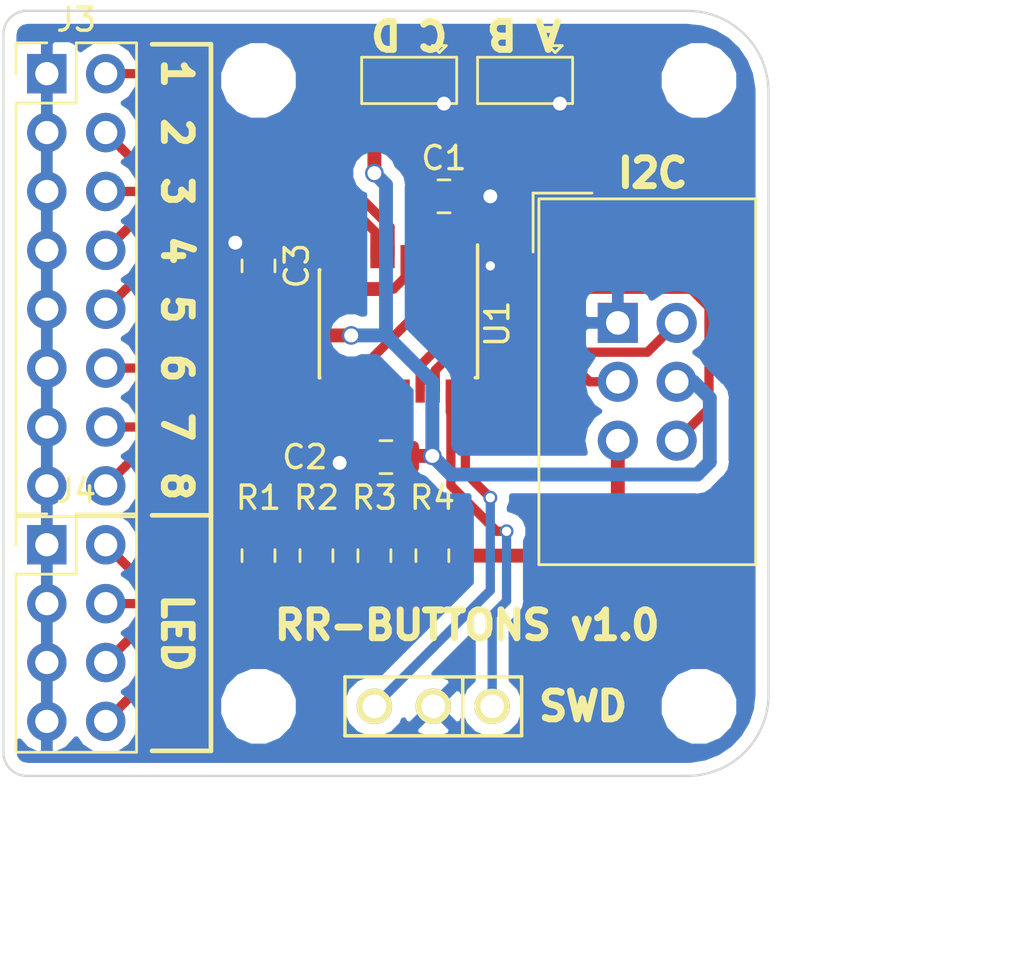
<source format=kicad_pcb>
(kicad_pcb (version 20171130) (host pcbnew 5.0.2-bee76a0~70~ubuntu16.04.1)

  (general
    (thickness 1.6)
    (drawings 31)
    (tracks 159)
    (zones 0)
    (modules 18)
    (nets 24)
  )

  (page A4)
  (layers
    (0 F.Cu signal)
    (31 B.Cu signal)
    (32 B.Adhes user)
    (33 F.Adhes user)
    (34 B.Paste user)
    (35 F.Paste user)
    (36 B.SilkS user)
    (37 F.SilkS user)
    (38 B.Mask user)
    (39 F.Mask user)
    (40 Dwgs.User user)
    (41 Cmts.User user)
    (42 Eco1.User user)
    (43 Eco2.User user)
    (44 Edge.Cuts user)
    (45 Margin user)
    (46 B.CrtYd user)
    (47 F.CrtYd user)
    (48 B.Fab user hide)
    (49 F.Fab user hide)
  )

  (setup
    (last_trace_width 0.4)
    (trace_clearance 0.2)
    (zone_clearance 0.508)
    (zone_45_only no)
    (trace_min 0.2)
    (segment_width 0.2)
    (edge_width 0.1)
    (via_size 0.6)
    (via_drill 0.4)
    (via_min_size 0.4)
    (via_min_drill 0.3)
    (uvia_size 0.3)
    (uvia_drill 0.1)
    (uvias_allowed no)
    (uvia_min_size 0.2)
    (uvia_min_drill 0.1)
    (pcb_text_width 0.3)
    (pcb_text_size 1.5 1.5)
    (mod_edge_width 0.15)
    (mod_text_size 1 1)
    (mod_text_width 0.15)
    (pad_size 1.5 1.5)
    (pad_drill 0.6)
    (pad_to_mask_clearance 0)
    (solder_mask_min_width 0.25)
    (aux_axis_origin 192.5 93)
    (visible_elements FFFFFF7F)
    (pcbplotparams
      (layerselection 0x010f0_80000001)
      (usegerberextensions false)
      (usegerberattributes false)
      (usegerberadvancedattributes false)
      (creategerberjobfile false)
      (excludeedgelayer true)
      (linewidth 0.100000)
      (plotframeref false)
      (viasonmask false)
      (mode 1)
      (useauxorigin false)
      (hpglpennumber 1)
      (hpglpenspeed 20)
      (hpglpendiameter 15.000000)
      (psnegative false)
      (psa4output false)
      (plotreference true)
      (plotvalue true)
      (plotinvisibletext false)
      (padsonsilk false)
      (subtractmaskfromsilk false)
      (outputformat 1)
      (mirror false)
      (drillshape 0)
      (scaleselection 1)
      (outputdirectory "gerber/"))
  )

  (net 0 "")
  (net 1 "Net-(C1-Pad1)")
  (net 2 GND)
  (net 3 +3V3)
  (net 4 "Net-(J1-Pad2)")
  (net 5 "Net-(J2-Pad2)")
  (net 6 "Net-(J3-Pad2)")
  (net 7 "Net-(J3-Pad4)")
  (net 8 "Net-(J3-Pad6)")
  (net 9 "Net-(J3-Pad8)")
  (net 10 "Net-(J3-Pad10)")
  (net 11 "Net-(J3-Pad12)")
  (net 12 "Net-(J3-Pad14)")
  (net 13 "Net-(J3-Pad16)")
  (net 14 "Net-(J4-Pad2)")
  (net 15 "Net-(J4-Pad4)")
  (net 16 "Net-(J4-Pad6)")
  (net 17 "Net-(J4-Pad8)")
  (net 18 +5V)
  (net 19 /ALERT)
  (net 20 /SCL)
  (net 21 /SDA)
  (net 22 /SWDIO)
  (net 23 /SWCLK)

  (net_class Default "This is the default net class."
    (clearance 0.2)
    (trace_width 0.4)
    (via_dia 0.6)
    (via_drill 0.4)
    (uvia_dia 0.3)
    (uvia_drill 0.1)
    (add_net /ALERT)
    (add_net /SCL)
    (add_net /SDA)
    (add_net /SWCLK)
    (add_net /SWDIO)
    (add_net "Net-(C1-Pad1)")
    (add_net "Net-(J1-Pad2)")
    (add_net "Net-(J2-Pad2)")
    (add_net "Net-(J3-Pad10)")
    (add_net "Net-(J3-Pad12)")
    (add_net "Net-(J3-Pad14)")
    (add_net "Net-(J3-Pad16)")
    (add_net "Net-(J3-Pad2)")
    (add_net "Net-(J3-Pad4)")
    (add_net "Net-(J3-Pad6)")
    (add_net "Net-(J3-Pad8)")
    (add_net "Net-(J4-Pad2)")
    (add_net "Net-(J4-Pad4)")
    (add_net "Net-(J4-Pad6)")
    (add_net "Net-(J4-Pad8)")
  )

  (net_class PWR ""
    (clearance 0.2)
    (trace_width 0.6)
    (via_dia 0.8)
    (via_drill 0.6)
    (uvia_dia 0.3)
    (uvia_drill 0.1)
    (add_net +3V3)
    (add_net +5V)
    (add_net GND)
  )

  (module MountingHole:MountingHole_2.2mm_M2 (layer F.Cu) (tedit 5CED64FD) (tstamp 5CFA530C)
    (at 192.5 93)
    (descr "Mounting Hole 2.2mm, no annular, M2")
    (tags "mounting hole 2.2mm no annular m2")
    (path /5CEDBA0F)
    (attr virtual)
    (fp_text reference H3 (at 0 -3.2) (layer F.SilkS) hide
      (effects (font (size 1 1) (thickness 0.15)))
    )
    (fp_text value MountingHole (at 0 3.2) (layer F.Fab)
      (effects (font (size 1 1) (thickness 0.15)))
    )
    (fp_circle (center 0 0) (end 2.45 0) (layer F.CrtYd) (width 0.05))
    (fp_circle (center 0 0) (end 2.2 0) (layer Cmts.User) (width 0.15))
    (fp_text user %R (at 0.3 0) (layer F.Fab)
      (effects (font (size 1 1) (thickness 0.15)))
    )
    (pad 1 np_thru_hole circle (at 0 0) (size 2.2 2.2) (drill 2.2) (layers *.Cu *.Mask))
  )

  (module MountingHole:MountingHole_2.2mm_M2 (layer F.Cu) (tedit 5CED64F4) (tstamp 5CFA5304)
    (at 173.5 120)
    (descr "Mounting Hole 2.2mm, no annular, M2")
    (tags "mounting hole 2.2mm no annular m2")
    (path /5CEDB9DB)
    (attr virtual)
    (fp_text reference H2 (at 0 -3.2) (layer F.SilkS) hide
      (effects (font (size 1 1) (thickness 0.15)))
    )
    (fp_text value MountingHole (at 0 3.2) (layer F.Fab)
      (effects (font (size 1 1) (thickness 0.15)))
    )
    (fp_text user %R (at 0.3 0) (layer F.Fab)
      (effects (font (size 1 1) (thickness 0.15)))
    )
    (fp_circle (center 0 0) (end 2.2 0) (layer Cmts.User) (width 0.15))
    (fp_circle (center 0 0) (end 2.45 0) (layer F.CrtYd) (width 0.05))
    (pad 1 np_thru_hole circle (at 0 0) (size 2.2 2.2) (drill 2.2) (layers *.Cu *.Mask))
  )

  (module MountingHole:MountingHole_2.2mm_M2 (layer F.Cu) (tedit 5CED64F8) (tstamp 5CFA5314)
    (at 192.5 120)
    (descr "Mounting Hole 2.2mm, no annular, M2")
    (tags "mounting hole 2.2mm no annular m2")
    (path /5CEDBA45)
    (attr virtual)
    (fp_text reference H4 (at 0 -3.2) (layer F.SilkS) hide
      (effects (font (size 1 1) (thickness 0.15)))
    )
    (fp_text value MountingHole (at 0 3.2) (layer F.Fab)
      (effects (font (size 1 1) (thickness 0.15)))
    )
    (fp_text user %R (at 0.3 0) (layer F.Fab)
      (effects (font (size 1 1) (thickness 0.15)))
    )
    (fp_circle (center 0 0) (end 2.2 0) (layer Cmts.User) (width 0.15))
    (fp_circle (center 0 0) (end 2.45 0) (layer F.CrtYd) (width 0.05))
    (pad 1 np_thru_hole circle (at 0 0) (size 2.2 2.2) (drill 2.2) (layers *.Cu *.Mask))
  )

  (module MountingHole:MountingHole_2.2mm_M2 (layer F.Cu) (tedit 5CED6502) (tstamp 5CFA52FC)
    (at 173.5 93)
    (descr "Mounting Hole 2.2mm, no annular, M2")
    (tags "mounting hole 2.2mm no annular m2")
    (path /5CEDB957)
    (attr virtual)
    (fp_text reference H1 (at 0 -3.2) (layer F.SilkS) hide
      (effects (font (size 1 1) (thickness 0.15)))
    )
    (fp_text value MountingHole (at 0 3.2) (layer F.Fab)
      (effects (font (size 1 1) (thickness 0.15)))
    )
    (fp_circle (center 0 0) (end 2.45 0) (layer F.CrtYd) (width 0.05))
    (fp_circle (center 0 0) (end 2.2 0) (layer Cmts.User) (width 0.15))
    (fp_text user %R (at 0.3 0) (layer F.Fab)
      (effects (font (size 1 1) (thickness 0.15)))
    )
    (pad 1 np_thru_hole circle (at 0 0) (size 2.2 2.2) (drill 2.2) (layers *.Cu *.Mask))
  )

  (module device.farm:SWD (layer F.Cu) (tedit 5C2F8C33) (tstamp 5C2E3BB0)
    (at 181.04 120 180)
    (path /5C2D529E)
    (fp_text reference X2 (at 0 2.54 180) (layer F.SilkS) hide
      (effects (font (size 1 1) (thickness 0.15)))
    )
    (fp_text value SWD (at 0 -2.54 180) (layer F.Fab)
      (effects (font (size 1 1) (thickness 0.15)))
    )
    (fp_line (start -1.27 -1.27) (end -1.27 1.27) (layer F.SilkS) (width 0.15))
    (fp_line (start -3.81 -1.27) (end 3.81 -1.27) (layer F.SilkS) (width 0.15))
    (fp_line (start 3.81 -1.27) (end 3.81 1.27) (layer F.SilkS) (width 0.15))
    (fp_line (start 3.81 1.27) (end -3.81 1.27) (layer F.SilkS) (width 0.15))
    (fp_line (start -3.81 1.27) (end -3.81 -1.27) (layer F.SilkS) (width 0.15))
    (pad 1 thru_hole circle (at -2.54 0 180) (size 1.524 1.524) (drill 1.016) (layers *.Cu *.Mask F.SilkS)
      (net 22 /SWDIO))
    (pad 2 thru_hole circle (at 0 0 180) (size 1.524 1.524) (drill 1.016) (layers *.Cu *.Mask F.SilkS)
      (net 2 GND))
    (pad 3 thru_hole circle (at 2.54 0 180) (size 1.524 1.524) (drill 1.016) (layers *.Cu *.Mask F.SilkS)
      (net 23 /SWCLK))
  )

  (module Capacitor_SMD:C_0805_2012Metric (layer F.Cu) (tedit 5B36C52B) (tstamp 5CFA3D2A)
    (at 181.5 98)
    (descr "Capacitor SMD 0805 (2012 Metric), square (rectangular) end terminal, IPC_7351 nominal, (Body size source: https://docs.google.com/spreadsheets/d/1BsfQQcO9C6DZCsRaXUlFlo91Tg2WpOkGARC1WS5S8t0/edit?usp=sharing), generated with kicad-footprint-generator")
    (tags capacitor)
    (path /5C2D4945)
    (attr smd)
    (fp_text reference C1 (at 0 -1.65) (layer F.SilkS)
      (effects (font (size 1 1) (thickness 0.15)))
    )
    (fp_text value 100n (at 0 1.65) (layer F.Fab)
      (effects (font (size 1 1) (thickness 0.15)))
    )
    (fp_line (start -1 0.6) (end -1 -0.6) (layer F.Fab) (width 0.1))
    (fp_line (start -1 -0.6) (end 1 -0.6) (layer F.Fab) (width 0.1))
    (fp_line (start 1 -0.6) (end 1 0.6) (layer F.Fab) (width 0.1))
    (fp_line (start 1 0.6) (end -1 0.6) (layer F.Fab) (width 0.1))
    (fp_line (start -0.258578 -0.71) (end 0.258578 -0.71) (layer F.SilkS) (width 0.12))
    (fp_line (start -0.258578 0.71) (end 0.258578 0.71) (layer F.SilkS) (width 0.12))
    (fp_line (start -1.68 0.95) (end -1.68 -0.95) (layer F.CrtYd) (width 0.05))
    (fp_line (start -1.68 -0.95) (end 1.68 -0.95) (layer F.CrtYd) (width 0.05))
    (fp_line (start 1.68 -0.95) (end 1.68 0.95) (layer F.CrtYd) (width 0.05))
    (fp_line (start 1.68 0.95) (end -1.68 0.95) (layer F.CrtYd) (width 0.05))
    (fp_text user %R (at 0 0) (layer F.Fab)
      (effects (font (size 0.5 0.5) (thickness 0.08)))
    )
    (pad 1 smd roundrect (at -0.9375 0) (size 0.975 1.4) (layers F.Cu F.Paste F.Mask) (roundrect_rratio 0.25)
      (net 1 "Net-(C1-Pad1)"))
    (pad 2 smd roundrect (at 0.9375 0) (size 0.975 1.4) (layers F.Cu F.Paste F.Mask) (roundrect_rratio 0.25)
      (net 2 GND))
    (model ${KISYS3DMOD}/Capacitor_SMD.3dshapes/C_0805_2012Metric.wrl
      (at (xyz 0 0 0))
      (scale (xyz 1 1 1))
      (rotate (xyz 0 0 0))
    )
  )

  (module Capacitor_SMD:C_0805_2012Metric (layer F.Cu) (tedit 5B36C52B) (tstamp 5CFA465F)
    (at 179 109.25 180)
    (descr "Capacitor SMD 0805 (2012 Metric), square (rectangular) end terminal, IPC_7351 nominal, (Body size source: https://docs.google.com/spreadsheets/d/1BsfQQcO9C6DZCsRaXUlFlo91Tg2WpOkGARC1WS5S8t0/edit?usp=sharing), generated with kicad-footprint-generator")
    (tags capacitor)
    (path /5C2D49B4)
    (attr smd)
    (fp_text reference C2 (at 3.5 0 180) (layer F.SilkS)
      (effects (font (size 1 1) (thickness 0.15)))
    )
    (fp_text value 100n (at 0 1.65 180) (layer F.Fab)
      (effects (font (size 1 1) (thickness 0.15)))
    )
    (fp_text user %R (at 0 0 180) (layer F.Fab)
      (effects (font (size 0.5 0.5) (thickness 0.08)))
    )
    (fp_line (start 1.68 0.95) (end -1.68 0.95) (layer F.CrtYd) (width 0.05))
    (fp_line (start 1.68 -0.95) (end 1.68 0.95) (layer F.CrtYd) (width 0.05))
    (fp_line (start -1.68 -0.95) (end 1.68 -0.95) (layer F.CrtYd) (width 0.05))
    (fp_line (start -1.68 0.95) (end -1.68 -0.95) (layer F.CrtYd) (width 0.05))
    (fp_line (start -0.258578 0.71) (end 0.258578 0.71) (layer F.SilkS) (width 0.12))
    (fp_line (start -0.258578 -0.71) (end 0.258578 -0.71) (layer F.SilkS) (width 0.12))
    (fp_line (start 1 0.6) (end -1 0.6) (layer F.Fab) (width 0.1))
    (fp_line (start 1 -0.6) (end 1 0.6) (layer F.Fab) (width 0.1))
    (fp_line (start -1 -0.6) (end 1 -0.6) (layer F.Fab) (width 0.1))
    (fp_line (start -1 0.6) (end -1 -0.6) (layer F.Fab) (width 0.1))
    (pad 2 smd roundrect (at 0.9375 0 180) (size 0.975 1.4) (layers F.Cu F.Paste F.Mask) (roundrect_rratio 0.25)
      (net 2 GND))
    (pad 1 smd roundrect (at -0.9375 0 180) (size 0.975 1.4) (layers F.Cu F.Paste F.Mask) (roundrect_rratio 0.25)
      (net 3 +3V3))
    (model ${KISYS3DMOD}/Capacitor_SMD.3dshapes/C_0805_2012Metric.wrl
      (at (xyz 0 0 0))
      (scale (xyz 1 1 1))
      (rotate (xyz 0 0 0))
    )
  )

  (module Capacitor_SMD:C_0805_2012Metric (layer F.Cu) (tedit 5B36C52B) (tstamp 5CFA3D4A)
    (at 173.5 101 270)
    (descr "Capacitor SMD 0805 (2012 Metric), square (rectangular) end terminal, IPC_7351 nominal, (Body size source: https://docs.google.com/spreadsheets/d/1BsfQQcO9C6DZCsRaXUlFlo91Tg2WpOkGARC1WS5S8t0/edit?usp=sharing), generated with kicad-footprint-generator")
    (tags capacitor)
    (path /5C2D49F5)
    (attr smd)
    (fp_text reference C3 (at 0 -1.65 270) (layer F.SilkS)
      (effects (font (size 1 1) (thickness 0.15)))
    )
    (fp_text value 100n (at 0 1.65 270) (layer F.Fab)
      (effects (font (size 1 1) (thickness 0.15)))
    )
    (fp_line (start -1 0.6) (end -1 -0.6) (layer F.Fab) (width 0.1))
    (fp_line (start -1 -0.6) (end 1 -0.6) (layer F.Fab) (width 0.1))
    (fp_line (start 1 -0.6) (end 1 0.6) (layer F.Fab) (width 0.1))
    (fp_line (start 1 0.6) (end -1 0.6) (layer F.Fab) (width 0.1))
    (fp_line (start -0.258578 -0.71) (end 0.258578 -0.71) (layer F.SilkS) (width 0.12))
    (fp_line (start -0.258578 0.71) (end 0.258578 0.71) (layer F.SilkS) (width 0.12))
    (fp_line (start -1.68 0.95) (end -1.68 -0.95) (layer F.CrtYd) (width 0.05))
    (fp_line (start -1.68 -0.95) (end 1.68 -0.95) (layer F.CrtYd) (width 0.05))
    (fp_line (start 1.68 -0.95) (end 1.68 0.95) (layer F.CrtYd) (width 0.05))
    (fp_line (start 1.68 0.95) (end -1.68 0.95) (layer F.CrtYd) (width 0.05))
    (fp_text user %R (at 0 0 270) (layer F.Fab)
      (effects (font (size 0.5 0.5) (thickness 0.08)))
    )
    (pad 1 smd roundrect (at -0.9375 0 270) (size 0.975 1.4) (layers F.Cu F.Paste F.Mask) (roundrect_rratio 0.25)
      (net 2 GND))
    (pad 2 smd roundrect (at 0.9375 0 270) (size 0.975 1.4) (layers F.Cu F.Paste F.Mask) (roundrect_rratio 0.25)
      (net 3 +3V3))
    (model ${KISYS3DMOD}/Capacitor_SMD.3dshapes/C_0805_2012Metric.wrl
      (at (xyz 0 0 0))
      (scale (xyz 1 1 1))
      (rotate (xyz 0 0 0))
    )
  )

  (module Jumper:SolderJumper-3_P1.3mm_Open_Pad1.0x1.5mm (layer F.Cu) (tedit 5CED5E80) (tstamp 5CFA3D5A)
    (at 185 93 180)
    (descr "SMD Solder 3-pad Jumper, 1x1.5mm Pads, 0.3mm gap, open")
    (tags "solder jumper open")
    (path /5C2D5CA6)
    (attr virtual)
    (fp_text reference J1 (at 0 -1.8 180) (layer F.SilkS) hide
      (effects (font (size 1 1) (thickness 0.15)))
    )
    (fp_text value GS3 (at 0 2 180) (layer F.Fab)
      (effects (font (size 1 1) (thickness 0.15)))
    )
    (fp_line (start -1.3 1.2) (end -1 1.5) (layer F.SilkS) (width 0.12))
    (fp_line (start -1.6 1.5) (end -1 1.5) (layer F.SilkS) (width 0.12))
    (fp_line (start -1.3 1.2) (end -1.6 1.5) (layer F.SilkS) (width 0.12))
    (fp_line (start -2.05 1) (end -2.05 -1) (layer F.SilkS) (width 0.12))
    (fp_line (start 2.05 1) (end -2.05 1) (layer F.SilkS) (width 0.12))
    (fp_line (start 2.05 -1) (end 2.05 1) (layer F.SilkS) (width 0.12))
    (fp_line (start -2.05 -1) (end 2.05 -1) (layer F.SilkS) (width 0.12))
    (fp_line (start -2.3 -1.25) (end 2.3 -1.25) (layer F.CrtYd) (width 0.05))
    (fp_line (start -2.3 -1.25) (end -2.3 1.25) (layer F.CrtYd) (width 0.05))
    (fp_line (start 2.3 1.25) (end 2.3 -1.25) (layer F.CrtYd) (width 0.05))
    (fp_line (start 2.3 1.25) (end -2.3 1.25) (layer F.CrtYd) (width 0.05))
    (pad 3 smd rect (at 1.3 0 180) (size 1 1.5) (layers F.Cu F.Mask)
      (net 3 +3V3))
    (pad 2 smd rect (at 0 0 180) (size 1 1.5) (layers F.Cu F.Mask)
      (net 4 "Net-(J1-Pad2)"))
    (pad 1 smd rect (at -1.3 0 180) (size 1 1.5) (layers F.Cu F.Mask)
      (net 2 GND))
  )

  (module Jumper:SolderJumper-3_P1.3mm_Open_Pad1.0x1.5mm (layer F.Cu) (tedit 5CED5E86) (tstamp 5CFA3D6B)
    (at 180 93 180)
    (descr "SMD Solder 3-pad Jumper, 1x1.5mm Pads, 0.3mm gap, open")
    (tags "solder jumper open")
    (path /5C2D5D1D)
    (attr virtual)
    (fp_text reference J2 (at 0 -1.8 180) (layer F.SilkS) hide
      (effects (font (size 1 1) (thickness 0.15)))
    )
    (fp_text value GS3 (at 0 2 180) (layer F.Fab)
      (effects (font (size 1 1) (thickness 0.15)))
    )
    (fp_line (start 2.3 1.25) (end -2.3 1.25) (layer F.CrtYd) (width 0.05))
    (fp_line (start 2.3 1.25) (end 2.3 -1.25) (layer F.CrtYd) (width 0.05))
    (fp_line (start -2.3 -1.25) (end -2.3 1.25) (layer F.CrtYd) (width 0.05))
    (fp_line (start -2.3 -1.25) (end 2.3 -1.25) (layer F.CrtYd) (width 0.05))
    (fp_line (start -2.05 -1) (end 2.05 -1) (layer F.SilkS) (width 0.12))
    (fp_line (start 2.05 -1) (end 2.05 1) (layer F.SilkS) (width 0.12))
    (fp_line (start 2.05 1) (end -2.05 1) (layer F.SilkS) (width 0.12))
    (fp_line (start -2.05 1) (end -2.05 -1) (layer F.SilkS) (width 0.12))
    (fp_line (start -1.3 1.2) (end -1.6 1.5) (layer F.SilkS) (width 0.12))
    (fp_line (start -1.6 1.5) (end -1 1.5) (layer F.SilkS) (width 0.12))
    (fp_line (start -1.3 1.2) (end -1 1.5) (layer F.SilkS) (width 0.12))
    (pad 1 smd rect (at -1.3 0 180) (size 1 1.5) (layers F.Cu F.Mask)
      (net 2 GND))
    (pad 2 smd rect (at 0 0 180) (size 1 1.5) (layers F.Cu F.Mask)
      (net 5 "Net-(J2-Pad2)"))
    (pad 3 smd rect (at 1.3 0 180) (size 1 1.5) (layers F.Cu F.Mask)
      (net 3 +3V3))
  )

  (module Connector_PinHeader_2.54mm:PinHeader_2x08_P2.54mm_Vertical (layer F.Cu) (tedit 59FED5CC) (tstamp 5CFA3D7C)
    (at 164.37 92.71)
    (descr "Through hole straight pin header, 2x08, 2.54mm pitch, double rows")
    (tags "Through hole pin header THT 2x08 2.54mm double row")
    (path /5C2E3C8F)
    (fp_text reference J3 (at 1.27 -2.33) (layer F.SilkS)
      (effects (font (size 1 1) (thickness 0.15)))
    )
    (fp_text value Buttons (at 1.27 20.11) (layer F.Fab)
      (effects (font (size 1 1) (thickness 0.15)))
    )
    (fp_line (start 0 -1.27) (end 3.81 -1.27) (layer F.Fab) (width 0.1))
    (fp_line (start 3.81 -1.27) (end 3.81 19.05) (layer F.Fab) (width 0.1))
    (fp_line (start 3.81 19.05) (end -1.27 19.05) (layer F.Fab) (width 0.1))
    (fp_line (start -1.27 19.05) (end -1.27 0) (layer F.Fab) (width 0.1))
    (fp_line (start -1.27 0) (end 0 -1.27) (layer F.Fab) (width 0.1))
    (fp_line (start -1.33 19.11) (end 3.87 19.11) (layer F.SilkS) (width 0.12))
    (fp_line (start -1.33 1.27) (end -1.33 19.11) (layer F.SilkS) (width 0.12))
    (fp_line (start 3.87 -1.33) (end 3.87 19.11) (layer F.SilkS) (width 0.12))
    (fp_line (start -1.33 1.27) (end 1.27 1.27) (layer F.SilkS) (width 0.12))
    (fp_line (start 1.27 1.27) (end 1.27 -1.33) (layer F.SilkS) (width 0.12))
    (fp_line (start 1.27 -1.33) (end 3.87 -1.33) (layer F.SilkS) (width 0.12))
    (fp_line (start -1.33 0) (end -1.33 -1.33) (layer F.SilkS) (width 0.12))
    (fp_line (start -1.33 -1.33) (end 0 -1.33) (layer F.SilkS) (width 0.12))
    (fp_line (start -1.8 -1.8) (end -1.8 19.55) (layer F.CrtYd) (width 0.05))
    (fp_line (start -1.8 19.55) (end 4.35 19.55) (layer F.CrtYd) (width 0.05))
    (fp_line (start 4.35 19.55) (end 4.35 -1.8) (layer F.CrtYd) (width 0.05))
    (fp_line (start 4.35 -1.8) (end -1.8 -1.8) (layer F.CrtYd) (width 0.05))
    (fp_text user %R (at 1.27 8.89 90) (layer F.Fab)
      (effects (font (size 1 1) (thickness 0.15)))
    )
    (pad 1 thru_hole rect (at 0 0) (size 1.7 1.7) (drill 1) (layers *.Cu *.Mask)
      (net 2 GND))
    (pad 2 thru_hole oval (at 2.54 0) (size 1.7 1.7) (drill 1) (layers *.Cu *.Mask)
      (net 6 "Net-(J3-Pad2)"))
    (pad 3 thru_hole oval (at 0 2.54) (size 1.7 1.7) (drill 1) (layers *.Cu *.Mask)
      (net 2 GND))
    (pad 4 thru_hole oval (at 2.54 2.54) (size 1.7 1.7) (drill 1) (layers *.Cu *.Mask)
      (net 7 "Net-(J3-Pad4)"))
    (pad 5 thru_hole oval (at 0 5.08) (size 1.7 1.7) (drill 1) (layers *.Cu *.Mask)
      (net 2 GND))
    (pad 6 thru_hole oval (at 2.54 5.08) (size 1.7 1.7) (drill 1) (layers *.Cu *.Mask)
      (net 8 "Net-(J3-Pad6)"))
    (pad 7 thru_hole oval (at 0 7.62) (size 1.7 1.7) (drill 1) (layers *.Cu *.Mask)
      (net 2 GND))
    (pad 8 thru_hole oval (at 2.54 7.62) (size 1.7 1.7) (drill 1) (layers *.Cu *.Mask)
      (net 9 "Net-(J3-Pad8)"))
    (pad 9 thru_hole oval (at 0 10.16) (size 1.7 1.7) (drill 1) (layers *.Cu *.Mask)
      (net 2 GND))
    (pad 10 thru_hole oval (at 2.54 10.16) (size 1.7 1.7) (drill 1) (layers *.Cu *.Mask)
      (net 10 "Net-(J3-Pad10)"))
    (pad 11 thru_hole oval (at 0 12.7) (size 1.7 1.7) (drill 1) (layers *.Cu *.Mask)
      (net 2 GND))
    (pad 12 thru_hole oval (at 2.54 12.7) (size 1.7 1.7) (drill 1) (layers *.Cu *.Mask)
      (net 11 "Net-(J3-Pad12)"))
    (pad 13 thru_hole oval (at 0 15.24) (size 1.7 1.7) (drill 1) (layers *.Cu *.Mask)
      (net 2 GND))
    (pad 14 thru_hole oval (at 2.54 15.24) (size 1.7 1.7) (drill 1) (layers *.Cu *.Mask)
      (net 12 "Net-(J3-Pad14)"))
    (pad 15 thru_hole oval (at 0 17.78) (size 1.7 1.7) (drill 1) (layers *.Cu *.Mask)
      (net 2 GND))
    (pad 16 thru_hole oval (at 2.54 17.78) (size 1.7 1.7) (drill 1) (layers *.Cu *.Mask)
      (net 13 "Net-(J3-Pad16)"))
    (model ${KISYS3DMOD}/Connector_PinHeader_2.54mm.3dshapes/PinHeader_2x08_P2.54mm_Vertical.wrl
      (at (xyz 0 0 0))
      (scale (xyz 1 1 1))
      (rotate (xyz 0 0 0))
    )
  )

  (module Connector_PinHeader_2.54mm:PinHeader_2x04_P2.54mm_Vertical (layer F.Cu) (tedit 59FED5CC) (tstamp 5CFA3DA1)
    (at 164.37 113.03)
    (descr "Through hole straight pin header, 2x04, 2.54mm pitch, double rows")
    (tags "Through hole pin header THT 2x04 2.54mm double row")
    (path /5C2E403E)
    (fp_text reference J4 (at 1.27 -2.33) (layer F.SilkS)
      (effects (font (size 1 1) (thickness 0.15)))
    )
    (fp_text value LEDs (at 1.27 9.95) (layer F.Fab)
      (effects (font (size 1 1) (thickness 0.15)))
    )
    (fp_line (start 0 -1.27) (end 3.81 -1.27) (layer F.Fab) (width 0.1))
    (fp_line (start 3.81 -1.27) (end 3.81 8.89) (layer F.Fab) (width 0.1))
    (fp_line (start 3.81 8.89) (end -1.27 8.89) (layer F.Fab) (width 0.1))
    (fp_line (start -1.27 8.89) (end -1.27 0) (layer F.Fab) (width 0.1))
    (fp_line (start -1.27 0) (end 0 -1.27) (layer F.Fab) (width 0.1))
    (fp_line (start -1.33 8.95) (end 3.87 8.95) (layer F.SilkS) (width 0.12))
    (fp_line (start -1.33 1.27) (end -1.33 8.95) (layer F.SilkS) (width 0.12))
    (fp_line (start 3.87 -1.33) (end 3.87 8.95) (layer F.SilkS) (width 0.12))
    (fp_line (start -1.33 1.27) (end 1.27 1.27) (layer F.SilkS) (width 0.12))
    (fp_line (start 1.27 1.27) (end 1.27 -1.33) (layer F.SilkS) (width 0.12))
    (fp_line (start 1.27 -1.33) (end 3.87 -1.33) (layer F.SilkS) (width 0.12))
    (fp_line (start -1.33 0) (end -1.33 -1.33) (layer F.SilkS) (width 0.12))
    (fp_line (start -1.33 -1.33) (end 0 -1.33) (layer F.SilkS) (width 0.12))
    (fp_line (start -1.8 -1.8) (end -1.8 9.4) (layer F.CrtYd) (width 0.05))
    (fp_line (start -1.8 9.4) (end 4.35 9.4) (layer F.CrtYd) (width 0.05))
    (fp_line (start 4.35 9.4) (end 4.35 -1.8) (layer F.CrtYd) (width 0.05))
    (fp_line (start 4.35 -1.8) (end -1.8 -1.8) (layer F.CrtYd) (width 0.05))
    (fp_text user %R (at 1.27 3.81 90) (layer F.Fab)
      (effects (font (size 1 1) (thickness 0.15)))
    )
    (pad 1 thru_hole rect (at 0 0) (size 1.7 1.7) (drill 1) (layers *.Cu *.Mask)
      (net 2 GND))
    (pad 2 thru_hole oval (at 2.54 0) (size 1.7 1.7) (drill 1) (layers *.Cu *.Mask)
      (net 14 "Net-(J4-Pad2)"))
    (pad 3 thru_hole oval (at 0 2.54) (size 1.7 1.7) (drill 1) (layers *.Cu *.Mask)
      (net 2 GND))
    (pad 4 thru_hole oval (at 2.54 2.54) (size 1.7 1.7) (drill 1) (layers *.Cu *.Mask)
      (net 15 "Net-(J4-Pad4)"))
    (pad 5 thru_hole oval (at 0 5.08) (size 1.7 1.7) (drill 1) (layers *.Cu *.Mask)
      (net 2 GND))
    (pad 6 thru_hole oval (at 2.54 5.08) (size 1.7 1.7) (drill 1) (layers *.Cu *.Mask)
      (net 16 "Net-(J4-Pad6)"))
    (pad 7 thru_hole oval (at 0 7.62) (size 1.7 1.7) (drill 1) (layers *.Cu *.Mask)
      (net 2 GND))
    (pad 8 thru_hole oval (at 2.54 7.62) (size 1.7 1.7) (drill 1) (layers *.Cu *.Mask)
      (net 17 "Net-(J4-Pad8)"))
    (model ${KISYS3DMOD}/Connector_PinHeader_2.54mm.3dshapes/PinHeader_2x04_P2.54mm_Vertical.wrl
      (at (xyz 0 0 0))
      (scale (xyz 1 1 1))
      (rotate (xyz 0 0 0))
    )
  )

  (module Resistor_SMD:R_0805_2012Metric (layer F.Cu) (tedit 5B36C52B) (tstamp 5CFA3DBE)
    (at 173.5 113.5 90)
    (descr "Resistor SMD 0805 (2012 Metric), square (rectangular) end terminal, IPC_7351 nominal, (Body size source: https://docs.google.com/spreadsheets/d/1BsfQQcO9C6DZCsRaXUlFlo91Tg2WpOkGARC1WS5S8t0/edit?usp=sharing), generated with kicad-footprint-generator")
    (tags resistor)
    (path /5C2E41CE)
    (attr smd)
    (fp_text reference R1 (at 2.5 0 180) (layer F.SilkS)
      (effects (font (size 1 1) (thickness 0.15)))
    )
    (fp_text value 270R (at 0 1.65 90) (layer F.Fab)
      (effects (font (size 1 1) (thickness 0.15)))
    )
    (fp_line (start -1 0.6) (end -1 -0.6) (layer F.Fab) (width 0.1))
    (fp_line (start -1 -0.6) (end 1 -0.6) (layer F.Fab) (width 0.1))
    (fp_line (start 1 -0.6) (end 1 0.6) (layer F.Fab) (width 0.1))
    (fp_line (start 1 0.6) (end -1 0.6) (layer F.Fab) (width 0.1))
    (fp_line (start -0.258578 -0.71) (end 0.258578 -0.71) (layer F.SilkS) (width 0.12))
    (fp_line (start -0.258578 0.71) (end 0.258578 0.71) (layer F.SilkS) (width 0.12))
    (fp_line (start -1.68 0.95) (end -1.68 -0.95) (layer F.CrtYd) (width 0.05))
    (fp_line (start -1.68 -0.95) (end 1.68 -0.95) (layer F.CrtYd) (width 0.05))
    (fp_line (start 1.68 -0.95) (end 1.68 0.95) (layer F.CrtYd) (width 0.05))
    (fp_line (start 1.68 0.95) (end -1.68 0.95) (layer F.CrtYd) (width 0.05))
    (fp_text user %R (at 0 0 90) (layer F.Fab)
      (effects (font (size 0.5 0.5) (thickness 0.08)))
    )
    (pad 1 smd roundrect (at -0.9375 0 90) (size 0.975 1.4) (layers F.Cu F.Paste F.Mask) (roundrect_rratio 0.25)
      (net 14 "Net-(J4-Pad2)"))
    (pad 2 smd roundrect (at 0.9375 0 90) (size 0.975 1.4) (layers F.Cu F.Paste F.Mask) (roundrect_rratio 0.25)
      (net 18 +5V))
    (model ${KISYS3DMOD}/Resistor_SMD.3dshapes/R_0805_2012Metric.wrl
      (at (xyz 0 0 0))
      (scale (xyz 1 1 1))
      (rotate (xyz 0 0 0))
    )
  )

  (module Resistor_SMD:R_0805_2012Metric (layer F.Cu) (tedit 5B36C52B) (tstamp 5CFA3DCE)
    (at 176 113.5 90)
    (descr "Resistor SMD 0805 (2012 Metric), square (rectangular) end terminal, IPC_7351 nominal, (Body size source: https://docs.google.com/spreadsheets/d/1BsfQQcO9C6DZCsRaXUlFlo91Tg2WpOkGARC1WS5S8t0/edit?usp=sharing), generated with kicad-footprint-generator")
    (tags resistor)
    (path /5C2E46B3)
    (attr smd)
    (fp_text reference R2 (at 2.5 0 180) (layer F.SilkS)
      (effects (font (size 1 1) (thickness 0.15)))
    )
    (fp_text value 270R (at 0 1.65 90) (layer F.Fab)
      (effects (font (size 1 1) (thickness 0.15)))
    )
    (fp_text user %R (at 0 0 90) (layer F.Fab)
      (effects (font (size 0.5 0.5) (thickness 0.08)))
    )
    (fp_line (start 1.68 0.95) (end -1.68 0.95) (layer F.CrtYd) (width 0.05))
    (fp_line (start 1.68 -0.95) (end 1.68 0.95) (layer F.CrtYd) (width 0.05))
    (fp_line (start -1.68 -0.95) (end 1.68 -0.95) (layer F.CrtYd) (width 0.05))
    (fp_line (start -1.68 0.95) (end -1.68 -0.95) (layer F.CrtYd) (width 0.05))
    (fp_line (start -0.258578 0.71) (end 0.258578 0.71) (layer F.SilkS) (width 0.12))
    (fp_line (start -0.258578 -0.71) (end 0.258578 -0.71) (layer F.SilkS) (width 0.12))
    (fp_line (start 1 0.6) (end -1 0.6) (layer F.Fab) (width 0.1))
    (fp_line (start 1 -0.6) (end 1 0.6) (layer F.Fab) (width 0.1))
    (fp_line (start -1 -0.6) (end 1 -0.6) (layer F.Fab) (width 0.1))
    (fp_line (start -1 0.6) (end -1 -0.6) (layer F.Fab) (width 0.1))
    (pad 2 smd roundrect (at 0.9375 0 90) (size 0.975 1.4) (layers F.Cu F.Paste F.Mask) (roundrect_rratio 0.25)
      (net 18 +5V))
    (pad 1 smd roundrect (at -0.9375 0 90) (size 0.975 1.4) (layers F.Cu F.Paste F.Mask) (roundrect_rratio 0.25)
      (net 15 "Net-(J4-Pad4)"))
    (model ${KISYS3DMOD}/Resistor_SMD.3dshapes/R_0805_2012Metric.wrl
      (at (xyz 0 0 0))
      (scale (xyz 1 1 1))
      (rotate (xyz 0 0 0))
    )
  )

  (module Resistor_SMD:R_0805_2012Metric (layer F.Cu) (tedit 5B36C52B) (tstamp 5CFA3DDE)
    (at 178.5 113.5 90)
    (descr "Resistor SMD 0805 (2012 Metric), square (rectangular) end terminal, IPC_7351 nominal, (Body size source: https://docs.google.com/spreadsheets/d/1BsfQQcO9C6DZCsRaXUlFlo91Tg2WpOkGARC1WS5S8t0/edit?usp=sharing), generated with kicad-footprint-generator")
    (tags resistor)
    (path /5C2E471F)
    (attr smd)
    (fp_text reference R3 (at 2.5 0 180) (layer F.SilkS)
      (effects (font (size 1 1) (thickness 0.15)))
    )
    (fp_text value 270R (at 0 1.65 90) (layer F.Fab)
      (effects (font (size 1 1) (thickness 0.15)))
    )
    (fp_line (start -1 0.6) (end -1 -0.6) (layer F.Fab) (width 0.1))
    (fp_line (start -1 -0.6) (end 1 -0.6) (layer F.Fab) (width 0.1))
    (fp_line (start 1 -0.6) (end 1 0.6) (layer F.Fab) (width 0.1))
    (fp_line (start 1 0.6) (end -1 0.6) (layer F.Fab) (width 0.1))
    (fp_line (start -0.258578 -0.71) (end 0.258578 -0.71) (layer F.SilkS) (width 0.12))
    (fp_line (start -0.258578 0.71) (end 0.258578 0.71) (layer F.SilkS) (width 0.12))
    (fp_line (start -1.68 0.95) (end -1.68 -0.95) (layer F.CrtYd) (width 0.05))
    (fp_line (start -1.68 -0.95) (end 1.68 -0.95) (layer F.CrtYd) (width 0.05))
    (fp_line (start 1.68 -0.95) (end 1.68 0.95) (layer F.CrtYd) (width 0.05))
    (fp_line (start 1.68 0.95) (end -1.68 0.95) (layer F.CrtYd) (width 0.05))
    (fp_text user %R (at 0 0 90) (layer F.Fab)
      (effects (font (size 0.5 0.5) (thickness 0.08)))
    )
    (pad 1 smd roundrect (at -0.9375 0 90) (size 0.975 1.4) (layers F.Cu F.Paste F.Mask) (roundrect_rratio 0.25)
      (net 16 "Net-(J4-Pad6)"))
    (pad 2 smd roundrect (at 0.9375 0 90) (size 0.975 1.4) (layers F.Cu F.Paste F.Mask) (roundrect_rratio 0.25)
      (net 18 +5V))
    (model ${KISYS3DMOD}/Resistor_SMD.3dshapes/R_0805_2012Metric.wrl
      (at (xyz 0 0 0))
      (scale (xyz 1 1 1))
      (rotate (xyz 0 0 0))
    )
  )

  (module Resistor_SMD:R_0805_2012Metric (layer F.Cu) (tedit 5B36C52B) (tstamp 5CFA3DEE)
    (at 181 113.5 90)
    (descr "Resistor SMD 0805 (2012 Metric), square (rectangular) end terminal, IPC_7351 nominal, (Body size source: https://docs.google.com/spreadsheets/d/1BsfQQcO9C6DZCsRaXUlFlo91Tg2WpOkGARC1WS5S8t0/edit?usp=sharing), generated with kicad-footprint-generator")
    (tags resistor)
    (path /5C2E476F)
    (attr smd)
    (fp_text reference R4 (at 2.5 0 180) (layer F.SilkS)
      (effects (font (size 1 1) (thickness 0.15)))
    )
    (fp_text value 270R (at 0 1.65 90) (layer F.Fab)
      (effects (font (size 1 1) (thickness 0.15)))
    )
    (fp_text user %R (at 0 0 90) (layer F.Fab)
      (effects (font (size 0.5 0.5) (thickness 0.08)))
    )
    (fp_line (start 1.68 0.95) (end -1.68 0.95) (layer F.CrtYd) (width 0.05))
    (fp_line (start 1.68 -0.95) (end 1.68 0.95) (layer F.CrtYd) (width 0.05))
    (fp_line (start -1.68 -0.95) (end 1.68 -0.95) (layer F.CrtYd) (width 0.05))
    (fp_line (start -1.68 0.95) (end -1.68 -0.95) (layer F.CrtYd) (width 0.05))
    (fp_line (start -0.258578 0.71) (end 0.258578 0.71) (layer F.SilkS) (width 0.12))
    (fp_line (start -0.258578 -0.71) (end 0.258578 -0.71) (layer F.SilkS) (width 0.12))
    (fp_line (start 1 0.6) (end -1 0.6) (layer F.Fab) (width 0.1))
    (fp_line (start 1 -0.6) (end 1 0.6) (layer F.Fab) (width 0.1))
    (fp_line (start -1 -0.6) (end 1 -0.6) (layer F.Fab) (width 0.1))
    (fp_line (start -1 0.6) (end -1 -0.6) (layer F.Fab) (width 0.1))
    (pad 2 smd roundrect (at 0.9375 0 90) (size 0.975 1.4) (layers F.Cu F.Paste F.Mask) (roundrect_rratio 0.25)
      (net 18 +5V))
    (pad 1 smd roundrect (at -0.9375 0 90) (size 0.975 1.4) (layers F.Cu F.Paste F.Mask) (roundrect_rratio 0.25)
      (net 17 "Net-(J4-Pad8)"))
    (model ${KISYS3DMOD}/Resistor_SMD.3dshapes/R_0805_2012Metric.wrl
      (at (xyz 0 0 0))
      (scale (xyz 1 1 1))
      (rotate (xyz 0 0 0))
    )
  )

  (module Package_SO:SSOP-20_4.4x6.5mm_P0.65mm (layer F.Cu) (tedit 5A02F25C) (tstamp 5CFA3DFE)
    (at 179.5 103.5 270)
    (descr "SSOP20: plastic shrink small outline package; 20 leads; body width 4.4 mm; (see NXP SSOP-TSSOP-VSO-REFLOW.pdf and sot266-1_po.pdf)")
    (tags "SSOP 0.65")
    (path /5C2D459B)
    (attr smd)
    (fp_text reference U1 (at 0 -4.3 270) (layer F.SilkS)
      (effects (font (size 1 1) (thickness 0.15)))
    )
    (fp_text value STM32F030F4Px (at 0 4.3 270) (layer F.Fab)
      (effects (font (size 1 1) (thickness 0.15)))
    )
    (fp_line (start -1.2 -3.25) (end 2.2 -3.25) (layer F.Fab) (width 0.15))
    (fp_line (start 2.2 -3.25) (end 2.2 3.25) (layer F.Fab) (width 0.15))
    (fp_line (start 2.2 3.25) (end -2.2 3.25) (layer F.Fab) (width 0.15))
    (fp_line (start -2.2 3.25) (end -2.2 -2.25) (layer F.Fab) (width 0.15))
    (fp_line (start -2.2 -2.25) (end -1.2 -3.25) (layer F.Fab) (width 0.15))
    (fp_line (start -3.65 -3.55) (end -3.65 3.55) (layer F.CrtYd) (width 0.05))
    (fp_line (start 3.65 -3.55) (end 3.65 3.55) (layer F.CrtYd) (width 0.05))
    (fp_line (start -3.65 -3.55) (end 3.65 -3.55) (layer F.CrtYd) (width 0.05))
    (fp_line (start -3.65 3.55) (end 3.65 3.55) (layer F.CrtYd) (width 0.05))
    (fp_line (start 2.325 -3.45) (end 2.325 -3.35) (layer F.SilkS) (width 0.15))
    (fp_line (start 2.325 3.375) (end 2.325 3.35) (layer F.SilkS) (width 0.15))
    (fp_line (start -2.325 3.375) (end -2.325 3.35) (layer F.SilkS) (width 0.15))
    (fp_line (start -3.4 -3.45) (end 2.325 -3.45) (layer F.SilkS) (width 0.15))
    (fp_line (start -2.325 3.375) (end 2.325 3.375) (layer F.SilkS) (width 0.15))
    (fp_text user %R (at 0 0 270) (layer F.Fab)
      (effects (font (size 0.8 0.8) (thickness 0.15)))
    )
    (pad 1 smd rect (at -2.9 -2.925 270) (size 1 0.4) (layers F.Cu F.Paste F.Mask)
      (net 2 GND))
    (pad 2 smd rect (at -2.9 -2.275 270) (size 1 0.4) (layers F.Cu F.Paste F.Mask)
      (net 4 "Net-(J1-Pad2)"))
    (pad 3 smd rect (at -2.9 -1.625 270) (size 1 0.4) (layers F.Cu F.Paste F.Mask)
      (net 5 "Net-(J2-Pad2)"))
    (pad 4 smd rect (at -2.9 -0.975 270) (size 1 0.4) (layers F.Cu F.Paste F.Mask)
      (net 1 "Net-(C1-Pad1)"))
    (pad 5 smd rect (at -2.9 -0.325 270) (size 1 0.4) (layers F.Cu F.Paste F.Mask)
      (net 3 +3V3))
    (pad 6 smd rect (at -2.9 0.325 270) (size 1 0.4) (layers F.Cu F.Paste F.Mask)
      (net 6 "Net-(J3-Pad2)"))
    (pad 7 smd rect (at -2.9 0.975 270) (size 1 0.4) (layers F.Cu F.Paste F.Mask)
      (net 7 "Net-(J3-Pad4)"))
    (pad 8 smd rect (at -2.9 1.625 270) (size 1 0.4) (layers F.Cu F.Paste F.Mask)
      (net 8 "Net-(J3-Pad6)"))
    (pad 9 smd rect (at -2.9 2.275 270) (size 1 0.4) (layers F.Cu F.Paste F.Mask)
      (net 9 "Net-(J3-Pad8)"))
    (pad 10 smd rect (at -2.9 2.925 270) (size 1 0.4) (layers F.Cu F.Paste F.Mask)
      (net 10 "Net-(J3-Pad10)"))
    (pad 11 smd rect (at 2.9 2.925 270) (size 1 0.4) (layers F.Cu F.Paste F.Mask)
      (net 11 "Net-(J3-Pad12)"))
    (pad 12 smd rect (at 2.9 2.275 270) (size 1 0.4) (layers F.Cu F.Paste F.Mask)
      (net 12 "Net-(J3-Pad14)"))
    (pad 13 smd rect (at 2.9 1.625 270) (size 1 0.4) (layers F.Cu F.Paste F.Mask)
      (net 19 /ALERT))
    (pad 14 smd rect (at 2.9 0.975 270) (size 1 0.4) (layers F.Cu F.Paste F.Mask)
      (net 13 "Net-(J3-Pad16)"))
    (pad 15 smd rect (at 2.9 0.325 270) (size 1 0.4) (layers F.Cu F.Paste F.Mask)
      (net 2 GND))
    (pad 16 smd rect (at 2.9 -0.325 270) (size 1 0.4) (layers F.Cu F.Paste F.Mask)
      (net 3 +3V3))
    (pad 17 smd rect (at 2.9 -0.975 270) (size 1 0.4) (layers F.Cu F.Paste F.Mask)
      (net 20 /SCL))
    (pad 18 smd rect (at 2.9 -1.625 270) (size 1 0.4) (layers F.Cu F.Paste F.Mask)
      (net 21 /SDA))
    (pad 19 smd rect (at 2.9 -2.275 270) (size 1 0.4) (layers F.Cu F.Paste F.Mask)
      (net 22 /SWDIO))
    (pad 20 smd rect (at 2.9 -2.925 270) (size 1 0.4) (layers F.Cu F.Paste F.Mask)
      (net 23 /SWCLK))
    (model ${KISYS3DMOD}/Package_SO.3dshapes/SSOP-20_4.4x6.5mm_P0.65mm.wrl
      (at (xyz 0 0 0))
      (scale (xyz 1 1 1))
      (rotate (xyz 0 0 0))
    )
  )

  (module Connector_IDC:IDC-Header_2x03_P2.54mm_Vertical (layer F.Cu) (tedit 5CED5F34) (tstamp 5CFA46E9)
    (at 189 103.46)
    (descr "Through hole straight IDC box header, 2x03, 2.54mm pitch, double rows")
    (tags "Through hole IDC box header THT 2x03 2.54mm double row")
    (path /5C2D4514)
    (fp_text reference X1 (at 1.27 -6.604) (layer F.SilkS) hide
      (effects (font (size 1 1) (thickness 0.15)))
    )
    (fp_text value I2C-6P (at 1.27 11.684) (layer F.Fab)
      (effects (font (size 1 1) (thickness 0.15)))
    )
    (fp_text user %R (at 1.27 2.54) (layer F.Fab)
      (effects (font (size 1 1) (thickness 0.15)))
    )
    (fp_line (start 5.695 -5.1) (end 5.695 10.18) (layer F.Fab) (width 0.1))
    (fp_line (start 5.145 -4.56) (end 5.145 9.62) (layer F.Fab) (width 0.1))
    (fp_line (start -3.155 -5.1) (end -3.155 10.18) (layer F.Fab) (width 0.1))
    (fp_line (start -2.605 -4.56) (end -2.605 0.29) (layer F.Fab) (width 0.1))
    (fp_line (start -2.605 4.79) (end -2.605 9.62) (layer F.Fab) (width 0.1))
    (fp_line (start -2.605 0.29) (end -3.155 0.29) (layer F.Fab) (width 0.1))
    (fp_line (start -2.605 4.79) (end -3.155 4.79) (layer F.Fab) (width 0.1))
    (fp_line (start 5.695 -5.1) (end -3.155 -5.1) (layer F.Fab) (width 0.1))
    (fp_line (start 5.145 -4.56) (end -2.605 -4.56) (layer F.Fab) (width 0.1))
    (fp_line (start 5.695 10.18) (end -3.155 10.18) (layer F.Fab) (width 0.1))
    (fp_line (start 5.145 9.62) (end -2.605 9.62) (layer F.Fab) (width 0.1))
    (fp_line (start 5.695 -5.1) (end 5.145 -4.56) (layer F.Fab) (width 0.1))
    (fp_line (start 5.695 10.18) (end 5.145 9.62) (layer F.Fab) (width 0.1))
    (fp_line (start -3.155 -5.1) (end -2.605 -4.56) (layer F.Fab) (width 0.1))
    (fp_line (start -3.155 10.18) (end -2.605 9.62) (layer F.Fab) (width 0.1))
    (fp_line (start 5.95 -5.35) (end 5.95 10.43) (layer F.CrtYd) (width 0.05))
    (fp_line (start 5.95 10.43) (end -3.41 10.43) (layer F.CrtYd) (width 0.05))
    (fp_line (start -3.41 10.43) (end -3.41 -5.35) (layer F.CrtYd) (width 0.05))
    (fp_line (start -3.41 -5.35) (end 5.95 -5.35) (layer F.CrtYd) (width 0.05))
    (fp_line (start 5.945 -5.35) (end 5.945 10.43) (layer F.SilkS) (width 0.12))
    (fp_line (start 5.945 10.43) (end -3.405 10.43) (layer F.SilkS) (width 0.12))
    (fp_line (start -3.405 10.43) (end -3.405 -5.35) (layer F.SilkS) (width 0.12))
    (fp_line (start -3.405 -5.35) (end 5.945 -5.35) (layer F.SilkS) (width 0.12))
    (fp_line (start -3.655 -5.6) (end -3.655 -3.06) (layer F.SilkS) (width 0.12))
    (fp_line (start -3.655 -5.6) (end -1.115 -5.6) (layer F.SilkS) (width 0.12))
    (pad 1 thru_hole rect (at 0 0) (size 1.7272 1.7272) (drill 1.016) (layers *.Cu *.Mask)
      (net 2 GND))
    (pad 2 thru_hole oval (at 2.54 0) (size 1.7272 1.7272) (drill 1.016) (layers *.Cu *.Mask)
      (net 20 /SCL))
    (pad 3 thru_hole oval (at 0 2.54) (size 1.7272 1.7272) (drill 1.016) (layers *.Cu *.Mask)
      (net 21 /SDA))
    (pad 4 thru_hole oval (at 2.54 2.54) (size 1.7272 1.7272) (drill 1.016) (layers *.Cu *.Mask)
      (net 3 +3V3))
    (pad 5 thru_hole oval (at 0 5.08) (size 1.7272 1.7272) (drill 1.016) (layers *.Cu *.Mask)
      (net 18 +5V))
    (pad 6 thru_hole oval (at 2.54 5.08) (size 1.7272 1.7272) (drill 1.016) (layers *.Cu *.Mask)
      (net 19 /ALERT))
    (model ${KISYS3DMOD}/Connector_IDC.3dshapes/IDC-Header_2x03_P2.54mm_Vertical.wrl
      (at (xyz 0 0 0))
      (scale (xyz 1 1 1))
      (rotate (xyz 0 0 0))
    )
  )

  (gr_line (start 171.45 121.92) (end 168.91 121.92) (layer F.SilkS) (width 0.2))
  (gr_line (start 171.45 111.76) (end 171.45 121.92) (layer F.SilkS) (width 0.2))
  (gr_line (start 171.45 111.76) (end 168.91 111.76) (layer F.SilkS) (width 0.2))
  (gr_line (start 171.45 91.44) (end 171.45 111.76) (layer F.SilkS) (width 0.2))
  (gr_line (start 168.91 91.44) (end 171.45 91.44) (layer F.SilkS) (width 0.2))
  (gr_text LED (at 169.98 116.84 270) (layer F.SilkS) (tstamp 5C30B199)
    (effects (font (size 1.2 1.2) (thickness 0.3)))
  )
  (gr_text 8 (at 169.98 110.49 270) (layer F.SilkS) (tstamp 5C30B16D)
    (effects (font (size 1.2 1.2) (thickness 0.3)))
  )
  (gr_text 7 (at 169.98 107.95 270) (layer F.SilkS) (tstamp 5C30B16B)
    (effects (font (size 1.2 1.2) (thickness 0.3)))
  )
  (gr_text 6 (at 169.98 105.41 270) (layer F.SilkS) (tstamp 5C30B16A)
    (effects (font (size 1.2 1.2) (thickness 0.3)))
  )
  (gr_text 5 (at 169.98 102.87 270) (layer F.SilkS) (tstamp 5C30B169)
    (effects (font (size 1.2 1.2) (thickness 0.3)))
  )
  (gr_text 4 (at 169.98 100.33 270) (layer F.SilkS) (tstamp 5C30B167)
    (effects (font (size 1.2 1.2) (thickness 0.3)))
  )
  (gr_text 3 (at 169.98 97.79 270) (layer F.SilkS) (tstamp 5C30B166)
    (effects (font (size 1.2 1.2) (thickness 0.3)))
  )
  (gr_text 2 (at 169.98 95.25 270) (layer F.SilkS) (tstamp 5C30B165)
    (effects (font (size 1.2 1.2) (thickness 0.3)))
  )
  (gr_text 1 (at 169.98 92.71 270) (layer F.SilkS)
    (effects (font (size 1.2 1.2) (thickness 0.3)))
  )
  (gr_text "RR-BUTTONS v1.0" (at 182.5 116.5) (layer F.SilkS) (tstamp 5C2F8D22)
    (effects (font (size 1.2 1.2) (thickness 0.3)))
  )
  (gr_text I2C (at 190.5 97) (layer F.SilkS) (tstamp 5C2F8D1D)
    (effects (font (size 1.2 1.2) (thickness 0.3)))
  )
  (gr_text SWD (at 187.5 120) (layer F.SilkS) (tstamp 5C2F8D17)
    (effects (font (size 1.2 1.2) (thickness 0.3)))
  )
  (gr_text D (at 179 91 180) (layer F.SilkS) (tstamp 5C2F8D0E)
    (effects (font (size 1.2 1.2) (thickness 0.3)))
  )
  (gr_text C (at 181 91 180) (layer F.SilkS) (tstamp 5C2F8D0D)
    (effects (font (size 1.2 1.2) (thickness 0.3)))
  )
  (gr_text B (at 184 91 180) (layer F.SilkS) (tstamp 5C2F8D09)
    (effects (font (size 1.2 1.2) (thickness 0.3)))
  )
  (gr_text A (at 186 91 180) (layer F.SilkS)
    (effects (font (size 1.2 1.2) (thickness 0.3)))
  )
  (dimension 33 (width 0.3) (layer Dwgs.User)
    (gr_text "33,000 mm" (at 179 131.35) (layer Dwgs.User)
      (effects (font (size 1.5 1.5) (thickness 0.3)))
    )
    (feature1 (pts (xy 195.5 116) (xy 195.5 132.7)))
    (feature2 (pts (xy 162.5 116) (xy 162.5 132.7)))
    (crossbar (pts (xy 162.5 130) (xy 195.5 130)))
    (arrow1a (pts (xy 195.5 130) (xy 194.373496 130.586421)))
    (arrow1b (pts (xy 195.5 130) (xy 194.373496 129.413579)))
    (arrow2a (pts (xy 162.5 130) (xy 163.626504 130.586421)))
    (arrow2b (pts (xy 162.5 130) (xy 163.626504 129.413579)))
  )
  (dimension 33 (width 0.3) (layer Dwgs.User)
    (gr_text "33,000 mm" (at 203.85 106.5 90) (layer Dwgs.User)
      (effects (font (size 1.5 1.5) (thickness 0.3)))
    )
    (feature1 (pts (xy 170.5 90) (xy 205.2 90)))
    (feature2 (pts (xy 170.5 123) (xy 205.2 123)))
    (crossbar (pts (xy 202.5 123) (xy 202.5 90)))
    (arrow1a (pts (xy 202.5 90) (xy 203.086421 91.126504)))
    (arrow1b (pts (xy 202.5 90) (xy 201.913579 91.126504)))
    (arrow2a (pts (xy 202.5 123) (xy 203.086421 121.873496)))
    (arrow2b (pts (xy 202.5 123) (xy 201.913579 121.873496)))
  )
  (gr_arc (start 192 93.5) (end 192 90) (angle 90) (layer Edge.Cuts) (width 0.1))
  (gr_arc (start 192 119.5) (end 195.5 119.5) (angle 90) (layer Edge.Cuts) (width 0.1))
  (gr_arc (start 163.5 122) (end 163.5 123) (angle 90) (layer Edge.Cuts) (width 0.1))
  (gr_arc (start 163.5 91) (end 162.5 91) (angle 90) (layer Edge.Cuts) (width 0.1))
  (gr_line (start 162.5 122) (end 162.5 91) (layer Edge.Cuts) (width 0.1))
  (gr_line (start 192 123) (end 163.5 123) (layer Edge.Cuts) (width 0.1))
  (gr_line (start 195.5 93.5) (end 195.5 119.5) (layer Edge.Cuts) (width 0.1))
  (gr_line (start 163.5 90) (end 192 90) (layer Edge.Cuts) (width 0.1))

  (segment (start 180.475 98.0875) (end 180.5625 98) (width 0.4) (layer F.Cu) (net 1))
  (segment (start 180.475 100.6) (end 180.475 98.0875) (width 0.4) (layer F.Cu) (net 1))
  (segment (start 183.1 100.6) (end 183.5 101) (width 0.4) (layer F.Cu) (net 2))
  (via (at 183.5 101) (size 0.6) (drill 0.4) (layers F.Cu B.Cu) (net 2))
  (segment (start 182.425 100.6) (end 183.1 100.6) (width 0.4) (layer F.Cu) (net 2))
  (segment (start 186.27 93.77) (end 186.5 94) (width 0.6) (layer F.Cu) (net 2))
  (via (at 186.5 94) (size 0.8) (drill 0.6) (layers F.Cu B.Cu) (net 2))
  (segment (start 186.27 93) (end 186.27 93.77) (width 0.6) (layer F.Cu) (net 2))
  (segment (start 181.27 93.77) (end 181.5 94) (width 0.6) (layer F.Cu) (net 2))
  (via (at 181.5 94) (size 0.8) (drill 0.6) (layers F.Cu B.Cu) (net 2))
  (segment (start 181.27 93) (end 181.27 93.77) (width 0.6) (layer F.Cu) (net 2))
  (via (at 172.5 100) (size 0.8) (drill 0.6) (layers F.Cu B.Cu) (net 2))
  (segment (start 173.5 100) (end 172.5 100) (width 0.6) (layer F.Cu) (net 2))
  (via (at 183.5 98) (size 0.8) (drill 0.6) (layers F.Cu B.Cu) (net 2))
  (segment (start 182.5 98) (end 183.5 98) (width 0.6) (layer F.Cu) (net 2))
  (segment (start 178.727813 108.584687) (end 178.0625 109.25) (width 0.4) (layer F.Cu) (net 2))
  (segment (start 179.175 107.589588) (end 178.727813 108.036775) (width 0.4) (layer F.Cu) (net 2))
  (segment (start 179.175 106.4) (end 179.175 107.589588) (width 0.4) (layer F.Cu) (net 2))
  (segment (start 178.727813 108.036775) (end 178.727813 108.584687) (width 0.4) (layer F.Cu) (net 2))
  (via (at 176.999999 109.500001) (size 0.8) (drill 0.6) (layers F.Cu B.Cu) (net 2))
  (segment (start 177.812499 109.500001) (end 178.0625 109.25) (width 0.6) (layer F.Cu) (net 2))
  (segment (start 176.999999 109.500001) (end 177.812499 109.500001) (width 0.6) (layer F.Cu) (net 2))
  (segment (start 179.825 106.15) (end 179.825 108.575) (width 0.4) (layer F.Cu) (net 3))
  (via (at 181 109.198517) (size 0.8) (drill 0.6) (layers F.Cu B.Cu) (net 3))
  (segment (start 191.54 106) (end 192.264736 106) (width 0.6) (layer B.Cu) (net 3))
  (segment (start 192.9677 109.460344) (end 192.428044 110) (width 0.6) (layer B.Cu) (net 3))
  (segment (start 181 106) (end 179 104) (width 0.6) (layer B.Cu) (net 3))
  (segment (start 192.264736 106) (end 192.9677 106.702964) (width 0.6) (layer B.Cu) (net 3))
  (segment (start 192.9677 106.702964) (end 192.9677 109.460344) (width 0.6) (layer B.Cu) (net 3))
  (segment (start 192.428044 110) (end 181.801483 110) (width 0.6) (layer B.Cu) (net 3))
  (segment (start 181.801483 110) (end 181 109.198517) (width 0.6) (layer B.Cu) (net 3))
  (segment (start 181 109.198517) (end 181 106) (width 0.6) (layer B.Cu) (net 3))
  (segment (start 178.5 97) (end 178.5 93.23) (width 0.6) (layer F.Cu) (net 3))
  (segment (start 178.5 93.23) (end 178.73 93) (width 0.6) (layer F.Cu) (net 3))
  (segment (start 179 97.5) (end 178.5 97) (width 0.6) (layer B.Cu) (net 3))
  (via (at 178.5 97) (size 0.8) (drill 0.6) (layers F.Cu B.Cu) (net 3))
  (segment (start 179 104) (end 179 97.5) (width 0.6) (layer B.Cu) (net 3))
  (segment (start 177.5 104) (end 179 104) (width 0.6) (layer B.Cu) (net 3))
  (segment (start 174.4 104) (end 177.5 104) (width 0.6) (layer F.Cu) (net 3))
  (via (at 177.5 104) (size 0.8) (drill 0.6) (layers F.Cu B.Cu) (net 3))
  (segment (start 173.5 102) (end 173.5 103.1) (width 0.6) (layer F.Cu) (net 3))
  (segment (start 173.5 103.1) (end 174.4 104) (width 0.6) (layer F.Cu) (net 3))
  (segment (start 179 102) (end 179.325 102) (width 0.4) (layer F.Cu) (net 3))
  (segment (start 179.325 102) (end 179.825 101.5) (width 0.4) (layer F.Cu) (net 3))
  (segment (start 179.825 101.5) (end 179.825 100.6) (width 0.4) (layer F.Cu) (net 3))
  (segment (start 174.725 102) (end 179 102) (width 0.6) (layer F.Cu) (net 3))
  (segment (start 173.5 102) (end 174.725 102) (width 0.6) (layer F.Cu) (net 3))
  (segment (start 183.73 93) (end 183.73 91.930692) (width 0.6) (layer F.Cu) (net 3))
  (segment (start 183.73 91.930692) (end 183.052416 91.253108) (width 0.6) (layer F.Cu) (net 3))
  (segment (start 183.052416 91.253108) (end 179.454467 91.253108) (width 0.6) (layer F.Cu) (net 3))
  (segment (start 179.454467 91.253108) (end 178.73 91.977575) (width 0.6) (layer F.Cu) (net 3))
  (segment (start 178.73 91.977575) (end 178.73 93) (width 0.6) (layer F.Cu) (net 3))
  (segment (start 179.988983 109.198517) (end 179.9375 109.25) (width 0.6) (layer F.Cu) (net 3))
  (segment (start 181 109.198517) (end 179.988983 109.198517) (width 0.6) (layer F.Cu) (net 3))
  (segment (start 183.800001 99.699999) (end 185 98.5) (width 0.4) (layer F.Cu) (net 4))
  (segment (start 185 98.5) (end 185 93) (width 0.4) (layer F.Cu) (net 4))
  (segment (start 181.775 100.6) (end 181.775001 99.699999) (width 0.4) (layer F.Cu) (net 4))
  (segment (start 181.775001 99.699999) (end 183.800001 99.699999) (width 0.4) (layer F.Cu) (net 4))
  (segment (start 180 94.15) (end 180 93) (width 0.4) (layer F.Cu) (net 5))
  (segment (start 181.45001 95.60001) (end 180 94.15) (width 0.4) (layer F.Cu) (net 5))
  (segment (start 181.125 99.047916) (end 181.45001 98.722906) (width 0.4) (layer F.Cu) (net 5))
  (segment (start 181.45001 98.722906) (end 181.45001 95.60001) (width 0.4) (layer F.Cu) (net 5))
  (segment (start 181.125 100.6) (end 181.125 99.047916) (width 0.4) (layer F.Cu) (net 5))
  (segment (start 179.175 100.6) (end 179.175 99.326458) (width 0.4) (layer F.Cu) (net 6))
  (segment (start 176.230481 96.381939) (end 172.135707 96.381939) (width 0.4) (layer F.Cu) (net 6))
  (segment (start 179.175 99.326458) (end 176.230481 96.381939) (width 0.4) (layer F.Cu) (net 6))
  (segment (start 172.135707 96.381939) (end 168.463768 92.71) (width 0.4) (layer F.Cu) (net 6))
  (segment (start 168.463768 92.71) (end 166.91 92.71) (width 0.4) (layer F.Cu) (net 6))
  (segment (start 166.91 93.156232) (end 166.91 92.71) (width 0.4) (layer F.Cu) (net 6))
  (segment (start 178.525 100.6) (end 178.525 99.525) (width 0.4) (layer F.Cu) (net 7))
  (segment (start 178.525 99.525) (end 176.061521 97.061521) (width 0.4) (layer F.Cu) (net 7))
  (segment (start 176.061521 97.061521) (end 168.721521 97.061521) (width 0.4) (layer F.Cu) (net 7))
  (segment (start 168.721521 97.061521) (end 166.91 95.25) (width 0.4) (layer F.Cu) (net 7))
  (segment (start 177.875 100.6) (end 177.875 99.723542) (width 0.4) (layer F.Cu) (net 8))
  (segment (start 177.875 99.723542) (end 175.941458 97.79) (width 0.4) (layer F.Cu) (net 8))
  (segment (start 175.941458 97.79) (end 168.112081 97.79) (width 0.4) (layer F.Cu) (net 8))
  (segment (start 168.112081 97.79) (end 166.91 97.79) (width 0.4) (layer F.Cu) (net 8))
  (segment (start 177.225 100.6) (end 177.225 99.922084) (width 0.4) (layer F.Cu) (net 9))
  (segment (start 168.728648 98.511352) (end 167.759999 99.480001) (width 0.4) (layer F.Cu) (net 9))
  (segment (start 177.225 99.922084) (end 175.814268 98.511352) (width 0.4) (layer F.Cu) (net 9))
  (segment (start 175.814268 98.511352) (end 168.728648 98.511352) (width 0.4) (layer F.Cu) (net 9))
  (segment (start 167.759999 99.480001) (end 166.91 100.33) (width 0.4) (layer F.Cu) (net 9))
  (segment (start 176.575 100.6) (end 175.975 100.6) (width 0.4) (layer F.Cu) (net 10))
  (segment (start 175.975 100.6) (end 175.59424 100.98076) (width 0.4) (layer F.Cu) (net 10))
  (segment (start 175.59424 100.98076) (end 168.79924 100.98076) (width 0.4) (layer F.Cu) (net 10))
  (segment (start 168.79924 100.98076) (end 167.759999 102.020001) (width 0.4) (layer F.Cu) (net 10))
  (segment (start 167.759999 102.020001) (end 166.91 102.87) (width 0.4) (layer F.Cu) (net 10))
  (segment (start 176.575 106.4) (end 169.271006 106.4) (width 0.4) (layer F.Cu) (net 11))
  (segment (start 169.271006 106.4) (end 168.281006 105.41) (width 0.4) (layer F.Cu) (net 11))
  (segment (start 168.281006 105.41) (end 166.91 105.41) (width 0.4) (layer F.Cu) (net 11))
  (segment (start 168.536802 107.95) (end 166.91 107.95) (width 0.4) (layer F.Cu) (net 12))
  (segment (start 177.225 106.4) (end 177.225 107.3) (width 0.4) (layer F.Cu) (net 12))
  (segment (start 177.158624 107.366376) (end 169.120426 107.366376) (width 0.4) (layer F.Cu) (net 12))
  (segment (start 177.225 107.3) (end 177.158624 107.366376) (width 0.4) (layer F.Cu) (net 12))
  (segment (start 169.120426 107.366376) (end 168.536802 107.95) (width 0.4) (layer F.Cu) (net 12))
  (segment (start 169.433613 107.966387) (end 167.759999 109.640001) (width 0.4) (layer F.Cu) (net 13))
  (segment (start 178.525 107.043919) (end 177.602532 107.966387) (width 0.4) (layer F.Cu) (net 13))
  (segment (start 177.602532 107.966387) (end 169.433613 107.966387) (width 0.4) (layer F.Cu) (net 13))
  (segment (start 178.525 106.4) (end 178.525 107.043919) (width 0.4) (layer F.Cu) (net 13))
  (segment (start 167.759999 109.640001) (end 166.91 110.49) (width 0.4) (layer F.Cu) (net 13))
  (segment (start 173.5 114.45) (end 168.33 114.45) (width 0.4) (layer F.Cu) (net 14))
  (segment (start 168.33 114.45) (end 166.91 113.03) (width 0.4) (layer F.Cu) (net 14))
  (segment (start 174.58 115.57) (end 168.112081 115.57) (width 0.4) (layer F.Cu) (net 15))
  (segment (start 175.7 114.45) (end 174.58 115.57) (width 0.4) (layer F.Cu) (net 15))
  (segment (start 168.112081 115.57) (end 166.91 115.57) (width 0.4) (layer F.Cu) (net 15))
  (segment (start 176 114.45) (end 175.7 114.45) (width 0.4) (layer F.Cu) (net 15))
  (segment (start 178.5 114.45) (end 178.2 114.45) (width 0.4) (layer F.Cu) (net 16))
  (segment (start 168.849989 116.170011) (end 167.759999 117.260001) (width 0.4) (layer F.Cu) (net 16))
  (segment (start 178.2 114.45) (end 176.479989 116.170011) (width 0.4) (layer F.Cu) (net 16))
  (segment (start 167.759999 117.260001) (end 166.91 118.11) (width 0.4) (layer F.Cu) (net 16))
  (segment (start 176.479989 116.170011) (end 168.849989 116.170011) (width 0.4) (layer F.Cu) (net 16))
  (segment (start 167.759999 119.800001) (end 166.91 120.65) (width 0.4) (layer F.Cu) (net 17))
  (segment (start 178.379978 116.770022) (end 170.789978 116.770022) (width 0.4) (layer F.Cu) (net 17))
  (segment (start 180.7 114.45) (end 178.379978 116.770022) (width 0.4) (layer F.Cu) (net 17))
  (segment (start 170.789978 116.770022) (end 167.759999 119.800001) (width 0.4) (layer F.Cu) (net 17))
  (segment (start 181 114.45) (end 180.7 114.45) (width 0.4) (layer F.Cu) (net 17))
  (segment (start 166.91 120.65) (end 166.475315 120.65) (width 0.4) (layer F.Cu) (net 17))
  (segment (start 181 112.55) (end 181.3 112.55) (width 0.6) (layer F.Cu) (net 18))
  (segment (start 181.3 112.55) (end 182.25 113.5) (width 0.6) (layer F.Cu) (net 18))
  (segment (start 182.25 113.5) (end 186.5 113.5) (width 0.6) (layer F.Cu) (net 18))
  (segment (start 186.5 113.5) (end 189 111) (width 0.6) (layer F.Cu) (net 18))
  (segment (start 189 111) (end 189 108.54) (width 0.6) (layer F.Cu) (net 18))
  (segment (start 178.5 112.55) (end 181 112.55) (width 0.6) (layer F.Cu) (net 18))
  (segment (start 176 112.55) (end 178.5 112.55) (width 0.6) (layer F.Cu) (net 18))
  (segment (start 173.5 112.55) (end 176 112.55) (width 0.6) (layer F.Cu) (net 18))
  (segment (start 177.875 106.4) (end 177.875 105.5) (width 0.4) (layer F.Cu) (net 19))
  (segment (start 177.875 105.5) (end 181.366562 102.008438) (width 0.4) (layer F.Cu) (net 19))
  (segment (start 181.366562 102.008438) (end 192.164919 102.008438) (width 0.4) (layer F.Cu) (net 19))
  (segment (start 192.164919 102.008438) (end 192.932796 102.776315) (width 0.4) (layer F.Cu) (net 19))
  (segment (start 192.932796 102.776315) (end 192.932796 107.147204) (width 0.4) (layer F.Cu) (net 19))
  (segment (start 192.932796 107.147204) (end 192.403599 107.676401) (width 0.4) (layer F.Cu) (net 19))
  (segment (start 192.403599 107.676401) (end 191.54 108.54) (width 0.4) (layer F.Cu) (net 19))
  (segment (start 190.676401 104.323599) (end 191.54 103.46) (width 0.4) (layer F.Cu) (net 20))
  (segment (start 187.393272 104.723601) (end 190.276399 104.723601) (width 0.4) (layer F.Cu) (net 20))
  (segment (start 190.276399 104.723601) (end 190.676401 104.323599) (width 0.4) (layer F.Cu) (net 20))
  (segment (start 180.475 106.4) (end 180.475 105.301457) (width 0.4) (layer F.Cu) (net 20))
  (segment (start 180.475 105.301457) (end 181.376468 104.399989) (width 0.4) (layer F.Cu) (net 20))
  (segment (start 181.376468 104.399989) (end 187.06966 104.399989) (width 0.4) (layer F.Cu) (net 20))
  (segment (start 187.06966 104.399989) (end 187.393272 104.723601) (width 0.4) (layer F.Cu) (net 20))
  (segment (start 181.125 106.4) (end 181.125001 105.499999) (width 0.4) (layer F.Cu) (net 21))
  (segment (start 186.778686 105) (end 187.778686 106) (width 0.4) (layer F.Cu) (net 21))
  (segment (start 181.125001 105.499999) (end 181.625 105) (width 0.4) (layer F.Cu) (net 21))
  (segment (start 181.625 105) (end 186.778686 105) (width 0.4) (layer F.Cu) (net 21))
  (segment (start 187.778686 106) (end 189 106) (width 0.4) (layer F.Cu) (net 21))
  (segment (start 184.20001 112.44999) (end 184.20001 115.452453) (width 0.4) (layer B.Cu) (net 22))
  (segment (start 184.20001 115.452453) (end 183.58 116.072463) (width 0.4) (layer B.Cu) (net 22))
  (segment (start 183.58 116.072463) (end 183.58 120) (width 0.4) (layer B.Cu) (net 22))
  (segment (start 181.800001 110.474245) (end 183.775746 112.44999) (width 0.4) (layer F.Cu) (net 22))
  (segment (start 181.800001 107.325001) (end 181.800001 110.474245) (width 0.4) (layer F.Cu) (net 22))
  (segment (start 181.775 107.3) (end 181.800001 107.325001) (width 0.4) (layer F.Cu) (net 22))
  (segment (start 181.775 106.4) (end 181.775 107.3) (width 0.4) (layer F.Cu) (net 22))
  (segment (start 183.775746 112.44999) (end 184.20001 112.44999) (width 0.4) (layer F.Cu) (net 22))
  (via (at 184.20001 112.44999) (size 0.6) (drill 0.4) (layers F.Cu B.Cu) (net 22))
  (segment (start 183.5 111) (end 183.5 115) (width 0.4) (layer B.Cu) (net 23))
  (segment (start 183.5 115) (end 181.004534 117.495466) (width 0.4) (layer B.Cu) (net 23))
  (segment (start 181.004534 117.495466) (end 178.5 120) (width 0.4) (layer B.Cu) (net 23))
  (segment (start 182.425 106.4) (end 182.425 109.925) (width 0.4) (layer F.Cu) (net 23))
  (segment (start 182.425 109.925) (end 183.5 111) (width 0.4) (layer F.Cu) (net 23))
  (via (at 183.5 111) (size 0.6) (drill 0.4) (layers F.Cu B.Cu) (net 23))

  (zone (net 2) (net_name GND) (layer B.Cu) (tstamp 0) (hatch edge 0.508)
    (connect_pads (clearance 0.508))
    (min_thickness 0.254)
    (fill yes (arc_segments 16) (thermal_gap 0.508) (thermal_bridge_width 0.508))
    (polygon
      (pts
        (xy 162.5 90) (xy 195.5 90) (xy 195.5 123) (xy 162.5 123)
      )
    )
    (filled_polygon
      (pts
        (xy 192.603614 90.754603) (xy 193.179064 90.948264) (xy 193.699509 91.260977) (xy 194.140661 91.678153) (xy 194.481939 92.180328)
        (xy 194.707421 92.744074) (xy 194.811114 93.370431) (xy 194.815 93.509566) (xy 194.815001 119.462896) (xy 194.745397 120.103614)
        (xy 194.551736 120.679064) (xy 194.239021 121.19951) (xy 193.821844 121.640663) (xy 193.319672 121.981938) (xy 192.755925 122.207421)
        (xy 192.129568 122.311114) (xy 191.990434 122.315) (xy 163.567466 122.315) (xy 163.38459 122.278624) (xy 163.286751 122.21325)
        (xy 163.221376 122.115409) (xy 163.185 121.932534) (xy 163.185 121.511999) (xy 163.488642 121.845183) (xy 164.013108 122.091486)
        (xy 164.243 121.970819) (xy 164.243 120.777) (xy 164.223 120.777) (xy 164.223 120.523) (xy 164.243 120.523)
        (xy 164.243 118.237) (xy 164.223 118.237) (xy 164.223 117.983) (xy 164.243 117.983) (xy 164.243 115.697)
        (xy 164.223 115.697) (xy 164.223 115.443) (xy 164.243 115.443) (xy 164.243 113.157) (xy 164.223 113.157)
        (xy 164.223 112.903) (xy 164.243 112.903) (xy 164.243 110.617) (xy 164.223 110.617) (xy 164.223 110.363)
        (xy 164.243 110.363) (xy 164.243 108.077) (xy 164.223 108.077) (xy 164.223 107.823) (xy 164.243 107.823)
        (xy 164.243 105.537) (xy 164.223 105.537) (xy 164.223 105.283) (xy 164.243 105.283) (xy 164.243 102.997)
        (xy 164.223 102.997) (xy 164.223 102.743) (xy 164.243 102.743) (xy 164.243 100.457) (xy 164.223 100.457)
        (xy 164.223 100.203) (xy 164.243 100.203) (xy 164.243 97.917) (xy 164.223 97.917) (xy 164.223 97.663)
        (xy 164.243 97.663) (xy 164.243 95.377) (xy 164.223 95.377) (xy 164.223 95.123) (xy 164.243 95.123)
        (xy 164.243 92.837) (xy 164.223 92.837) (xy 164.223 92.583) (xy 164.243 92.583) (xy 164.243 91.38375)
        (xy 164.497 91.38375) (xy 164.497 92.583) (xy 164.517 92.583) (xy 164.517 92.837) (xy 164.497 92.837)
        (xy 164.497 95.123) (xy 164.517 95.123) (xy 164.517 95.377) (xy 164.497 95.377) (xy 164.497 97.663)
        (xy 164.517 97.663) (xy 164.517 97.917) (xy 164.497 97.917) (xy 164.497 100.203) (xy 164.517 100.203)
        (xy 164.517 100.457) (xy 164.497 100.457) (xy 164.497 102.743) (xy 164.517 102.743) (xy 164.517 102.997)
        (xy 164.497 102.997) (xy 164.497 105.283) (xy 164.517 105.283) (xy 164.517 105.537) (xy 164.497 105.537)
        (xy 164.497 107.823) (xy 164.517 107.823) (xy 164.517 108.077) (xy 164.497 108.077) (xy 164.497 110.363)
        (xy 164.517 110.363) (xy 164.517 110.617) (xy 164.497 110.617) (xy 164.497 112.903) (xy 164.517 112.903)
        (xy 164.517 113.157) (xy 164.497 113.157) (xy 164.497 115.443) (xy 164.517 115.443) (xy 164.517 115.697)
        (xy 164.497 115.697) (xy 164.497 117.983) (xy 164.517 117.983) (xy 164.517 118.237) (xy 164.497 118.237)
        (xy 164.497 120.523) (xy 164.517 120.523) (xy 164.517 120.777) (xy 164.497 120.777) (xy 164.497 121.970819)
        (xy 164.726892 122.091486) (xy 165.251358 121.845183) (xy 165.638647 121.420214) (xy 165.839375 121.720625) (xy 166.330582 122.048839)
        (xy 166.763744 122.135) (xy 167.056256 122.135) (xy 167.489418 122.048839) (xy 167.980625 121.720625) (xy 168.308839 121.229418)
        (xy 168.424092 120.65) (xy 168.308839 120.070582) (xy 168.031081 119.654887) (xy 171.765 119.654887) (xy 171.765 120.345113)
        (xy 172.029138 120.982799) (xy 172.517201 121.470862) (xy 173.154887 121.735) (xy 173.845113 121.735) (xy 174.482799 121.470862)
        (xy 174.970862 120.982799) (xy 175.235 120.345113) (xy 175.235 119.654887) (xy 174.970862 119.017201) (xy 174.482799 118.529138)
        (xy 173.845113 118.265) (xy 173.154887 118.265) (xy 172.517201 118.529138) (xy 172.029138 119.017201) (xy 171.765 119.654887)
        (xy 168.031081 119.654887) (xy 167.980625 119.579375) (xy 167.682239 119.38) (xy 167.980625 119.180625) (xy 168.308839 118.689418)
        (xy 168.424092 118.11) (xy 168.308839 117.530582) (xy 167.980625 117.039375) (xy 167.682239 116.84) (xy 167.980625 116.640625)
        (xy 168.308839 116.149418) (xy 168.424092 115.57) (xy 168.308839 114.990582) (xy 167.980625 114.499375) (xy 167.682239 114.3)
        (xy 167.980625 114.100625) (xy 168.308839 113.609418) (xy 168.424092 113.03) (xy 168.308839 112.450582) (xy 167.980625 111.959375)
        (xy 167.682239 111.76) (xy 167.980625 111.560625) (xy 168.308839 111.069418) (xy 168.424092 110.49) (xy 168.308839 109.910582)
        (xy 167.980625 109.419375) (xy 167.682239 109.22) (xy 167.980625 109.020625) (xy 168.308839 108.529418) (xy 168.424092 107.95)
        (xy 168.308839 107.370582) (xy 167.980625 106.879375) (xy 167.682239 106.68) (xy 167.980625 106.480625) (xy 168.308839 105.989418)
        (xy 168.424092 105.41) (xy 168.308839 104.830582) (xy 167.980625 104.339375) (xy 167.682239 104.14) (xy 167.980625 103.940625)
        (xy 168.078512 103.794126) (xy 176.465 103.794126) (xy 176.465 104.205874) (xy 176.622569 104.58628) (xy 176.91372 104.877431)
        (xy 177.294126 105.035) (xy 177.705874 105.035) (xy 177.947296 104.935) (xy 178.612711 104.935) (xy 180.065001 106.387291)
        (xy 180.065 108.751221) (xy 179.965 108.992643) (xy 179.965 109.404391) (xy 180.122569 109.784797) (xy 180.41372 110.075948)
        (xy 180.655141 110.175948) (xy 181.075224 110.59603) (xy 181.127386 110.674097) (xy 181.205452 110.726259) (xy 181.436664 110.88075)
        (xy 181.801482 110.953317) (xy 181.893568 110.935) (xy 182.565 110.935) (xy 182.565 111.185983) (xy 182.665 111.427405)
        (xy 182.665001 114.654131) (xy 180.472253 116.84688) (xy 180.47225 116.846882) (xy 178.716133 118.603) (xy 178.222119 118.603)
        (xy 177.708663 118.81568) (xy 177.31568 119.208663) (xy 177.103 119.722119) (xy 177.103 120.277881) (xy 177.31568 120.791337)
        (xy 177.708663 121.18432) (xy 178.222119 121.397) (xy 178.777881 121.397) (xy 179.291337 121.18432) (xy 179.495444 120.980213)
        (xy 180.239392 120.980213) (xy 180.308857 121.222397) (xy 180.832302 121.409144) (xy 181.387368 121.381362) (xy 181.771143 121.222397)
        (xy 181.840608 120.980213) (xy 181.04 120.179605) (xy 180.239392 120.980213) (xy 179.495444 120.980213) (xy 179.68432 120.791337)
        (xy 179.763428 120.600353) (xy 179.817603 120.731143) (xy 180.059787 120.800608) (xy 180.860395 120) (xy 180.846253 119.985858)
        (xy 181.025858 119.806253) (xy 181.04 119.820395) (xy 181.840608 119.019787) (xy 181.771143 118.777603) (xy 181.247698 118.590856)
        (xy 181.081703 118.599164) (xy 181.653118 118.02775) (xy 181.65312 118.027747) (xy 182.745 116.935867) (xy 182.745001 118.859342)
        (xy 182.39568 119.208663) (xy 182.316572 119.399647) (xy 182.262397 119.268857) (xy 182.020213 119.199392) (xy 181.219605 120)
        (xy 182.020213 120.800608) (xy 182.262397 120.731143) (xy 182.312535 120.590607) (xy 182.39568 120.791337) (xy 182.788663 121.18432)
        (xy 183.302119 121.397) (xy 183.857881 121.397) (xy 184.371337 121.18432) (xy 184.76432 120.791337) (xy 184.977 120.277881)
        (xy 184.977 119.722119) (xy 184.949152 119.654887) (xy 190.765 119.654887) (xy 190.765 120.345113) (xy 191.029138 120.982799)
        (xy 191.517201 121.470862) (xy 192.154887 121.735) (xy 192.845113 121.735) (xy 193.482799 121.470862) (xy 193.970862 120.982799)
        (xy 194.235 120.345113) (xy 194.235 119.654887) (xy 193.970862 119.017201) (xy 193.482799 118.529138) (xy 192.845113 118.265)
        (xy 192.154887 118.265) (xy 191.517201 118.529138) (xy 191.029138 119.017201) (xy 190.765 119.654887) (xy 184.949152 119.654887)
        (xy 184.76432 119.208663) (xy 184.415 118.859343) (xy 184.415 116.41833) (xy 184.732292 116.101039) (xy 184.802011 116.054454)
        (xy 184.986562 115.778254) (xy 185.03501 115.53469) (xy 185.051368 115.452453) (xy 185.03501 115.370216) (xy 185.03501 112.877395)
        (xy 185.13501 112.635973) (xy 185.13501 112.264007) (xy 184.992665 111.920355) (xy 184.729645 111.657335) (xy 184.385993 111.51499)
        (xy 184.335 111.51499) (xy 184.335 111.427405) (xy 184.435 111.185983) (xy 184.435 110.935) (xy 192.335958 110.935)
        (xy 192.428044 110.953317) (xy 192.52013 110.935) (xy 192.792863 110.88075) (xy 193.102141 110.674097) (xy 193.154305 110.596028)
        (xy 193.563728 110.186605) (xy 193.641797 110.134441) (xy 193.84845 109.825163) (xy 193.9027 109.55243) (xy 193.921017 109.460344)
        (xy 193.9027 109.368258) (xy 193.9027 106.795045) (xy 193.921016 106.702963) (xy 193.9027 106.610879) (xy 193.9027 106.610878)
        (xy 193.84845 106.338145) (xy 193.641797 106.028867) (xy 193.563731 105.976705) (xy 192.990997 105.403972) (xy 192.938833 105.325903)
        (xy 192.854106 105.26929) (xy 192.62043 104.91957) (xy 192.336719 104.73) (xy 192.62043 104.54043) (xy 192.95165 104.044725)
        (xy 193.067959 103.46) (xy 192.95165 102.875275) (xy 192.62043 102.37957) (xy 192.124725 102.04835) (xy 191.687598 101.9614)
        (xy 191.392402 101.9614) (xy 190.955275 102.04835) (xy 190.460773 102.378766) (xy 190.401927 102.236701) (xy 190.223298 102.058073)
        (xy 189.989909 101.9614) (xy 189.28575 101.9614) (xy 189.127 102.12015) (xy 189.127 103.333) (xy 189.147 103.333)
        (xy 189.147 103.587) (xy 189.127 103.587) (xy 189.127 103.607) (xy 188.873 103.607) (xy 188.873 103.587)
        (xy 187.66015 103.587) (xy 187.5014 103.74575) (xy 187.5014 104.44991) (xy 187.598073 104.683299) (xy 187.776702 104.861927)
        (xy 187.918767 104.920772) (xy 187.58835 105.415275) (xy 187.472041 106) (xy 187.58835 106.584725) (xy 187.91957 107.08043)
        (xy 188.203281 107.27) (xy 187.91957 107.45957) (xy 187.58835 107.955275) (xy 187.472041 108.54) (xy 187.57647 109.065)
        (xy 182.188773 109.065) (xy 181.977431 108.853658) (xy 181.935 108.751221) (xy 181.935 106.092085) (xy 181.953317 105.999999)
        (xy 181.88075 105.635181) (xy 181.726259 105.403969) (xy 181.674097 105.325903) (xy 181.596031 105.273741) (xy 179.935 103.612711)
        (xy 179.935 102.47009) (xy 187.5014 102.47009) (xy 187.5014 103.17425) (xy 187.66015 103.333) (xy 188.873 103.333)
        (xy 188.873 102.12015) (xy 188.71425 101.9614) (xy 188.010091 101.9614) (xy 187.776702 102.058073) (xy 187.598073 102.236701)
        (xy 187.5014 102.47009) (xy 179.935 102.47009) (xy 179.935 97.592086) (xy 179.953317 97.5) (xy 179.88075 97.135181)
        (xy 179.674097 96.825903) (xy 179.596028 96.773739) (xy 179.477431 96.655142) (xy 179.377431 96.41372) (xy 179.08628 96.122569)
        (xy 178.705874 95.965) (xy 178.294126 95.965) (xy 177.91372 96.122569) (xy 177.622569 96.41372) (xy 177.465 96.794126)
        (xy 177.465 97.205874) (xy 177.622569 97.58628) (xy 177.91372 97.877431) (xy 178.065001 97.940093) (xy 178.065 103.065)
        (xy 177.947296 103.065) (xy 177.705874 102.965) (xy 177.294126 102.965) (xy 176.91372 103.122569) (xy 176.622569 103.41372)
        (xy 176.465 103.794126) (xy 168.078512 103.794126) (xy 168.308839 103.449418) (xy 168.424092 102.87) (xy 168.308839 102.290582)
        (xy 167.980625 101.799375) (xy 167.682239 101.6) (xy 167.980625 101.400625) (xy 168.308839 100.909418) (xy 168.424092 100.33)
        (xy 168.308839 99.750582) (xy 167.980625 99.259375) (xy 167.682239 99.06) (xy 167.980625 98.860625) (xy 168.308839 98.369418)
        (xy 168.424092 97.79) (xy 168.308839 97.210582) (xy 167.980625 96.719375) (xy 167.682239 96.52) (xy 167.980625 96.320625)
        (xy 168.308839 95.829418) (xy 168.424092 95.25) (xy 168.308839 94.670582) (xy 167.980625 94.179375) (xy 167.682239 93.98)
        (xy 167.980625 93.780625) (xy 168.308839 93.289418) (xy 168.424092 92.71) (xy 168.41313 92.654887) (xy 171.765 92.654887)
        (xy 171.765 93.345113) (xy 172.029138 93.982799) (xy 172.517201 94.470862) (xy 173.154887 94.735) (xy 173.845113 94.735)
        (xy 174.482799 94.470862) (xy 174.970862 93.982799) (xy 175.235 93.345113) (xy 175.235 92.654887) (xy 190.765 92.654887)
        (xy 190.765 93.345113) (xy 191.029138 93.982799) (xy 191.517201 94.470862) (xy 192.154887 94.735) (xy 192.845113 94.735)
        (xy 193.482799 94.470862) (xy 193.970862 93.982799) (xy 194.235 93.345113) (xy 194.235 92.654887) (xy 193.970862 92.017201)
        (xy 193.482799 91.529138) (xy 192.845113 91.265) (xy 192.154887 91.265) (xy 191.517201 91.529138) (xy 191.029138 92.017201)
        (xy 190.765 92.654887) (xy 175.235 92.654887) (xy 174.970862 92.017201) (xy 174.482799 91.529138) (xy 173.845113 91.265)
        (xy 173.154887 91.265) (xy 172.517201 91.529138) (xy 172.029138 92.017201) (xy 171.765 92.654887) (xy 168.41313 92.654887)
        (xy 168.308839 92.130582) (xy 167.980625 91.639375) (xy 167.489418 91.311161) (xy 167.056256 91.225) (xy 166.763744 91.225)
        (xy 166.330582 91.311161) (xy 165.839375 91.639375) (xy 165.824904 91.661032) (xy 165.758327 91.500301) (xy 165.579698 91.321673)
        (xy 165.346309 91.225) (xy 164.65575 91.225) (xy 164.497 91.38375) (xy 164.243 91.38375) (xy 164.08425 91.225)
        (xy 163.393691 91.225) (xy 163.185 91.311443) (xy 163.185 91.067466) (xy 163.221376 90.884591) (xy 163.286751 90.78675)
        (xy 163.38459 90.721376) (xy 163.567466 90.685) (xy 191.962905 90.685)
      )
    )
  )
)

</source>
